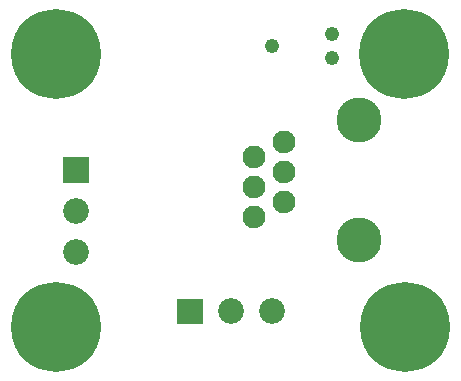
<source format=gbr>
G04 start of page 8 for group -4062 idx -4062 *
G04 Title: (unknown), soldermask *
G04 Creator: pcb 20140316 *
G04 CreationDate: Mon 02 Nov 2015 05:35:22 PM GMT UTC *
G04 For: ndholmes *
G04 Format: Gerber/RS-274X *
G04 PCB-Dimensions (mil): 1500.00 1250.00 *
G04 PCB-Coordinate-Origin: lower left *
%MOIN*%
%FSLAX25Y25*%
%LNBOTTOMMASK*%
%ADD78C,0.0490*%
%ADD77C,0.0860*%
%ADD76C,0.0001*%
%ADD75C,0.1500*%
%ADD74C,0.0760*%
%ADD73C,0.2997*%
G54D73*X133500Y17000D03*
G54D74*X83000Y53500D03*
G54D75*X118000Y46000D03*
G54D76*G36*
X57255Y26473D02*Y17873D01*
X65855D01*
Y26473D01*
X57255D01*
G37*
G54D77*X75335Y22173D03*
X89114D03*
G54D73*X133000Y108000D03*
G54D78*X89000Y110500D03*
X109000Y114500D03*
Y106500D03*
G54D75*X118000Y86000D03*
G54D73*X17000Y17000D03*
Y108000D03*
G54D76*G36*
X19373Y73745D02*Y65145D01*
X27973D01*
Y73745D01*
X19373D01*
G37*
G54D77*X23673Y55665D03*
Y41886D03*
G54D74*X93000Y58500D03*
X83000Y63500D03*
Y73500D03*
X93000Y68500D03*
Y78500D03*
M02*

</source>
